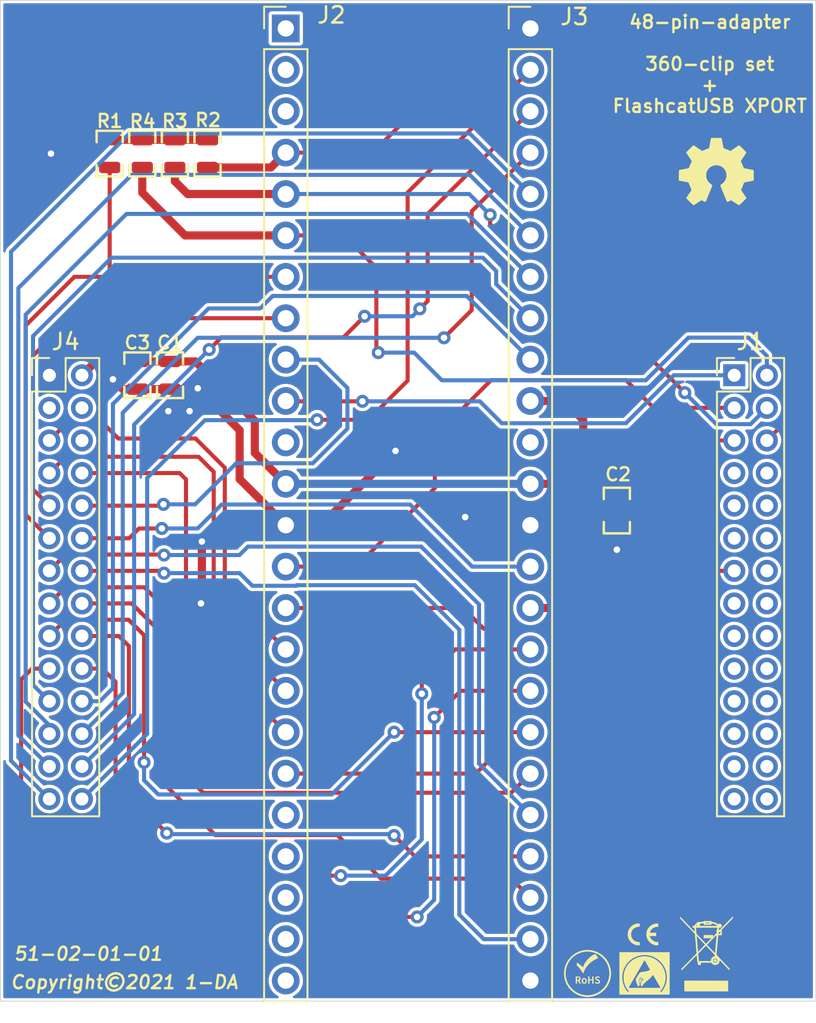
<source format=kicad_pcb>
(kicad_pcb (version 20171130) (host pcbnew "(5.1.9)-1")
  (layers (0 F.Cu signal) (31 B.Cu signal) (34 B.Paste user) (35 F.Paste user) (36 B.SilkS user) (37 F.SilkS user) (38 B.Mask user) (39 F.Mask user) (44 Edge.Cuts user))
  (net 0 "")
  (net 1 GND)
  (net 2 /WP)
  (net 3 /RB3)
  (net 4 /A2_CE3)
  (net 5 /RB2)
  (net 6 /A1_CE2)
  (net 7 /RB1)
  (net 8 /A0_CE1)
  (net 9 /RB)
  (net 10 /RE)
  (net 11 /CE0)
  (net 12 /CLE)
  (net 13 /ALE)
  (net 14 /WE)
  (net 15 /IO15)
  (net 16 /IO14)
  (net 17 /IO13)
  (net 18 /DQS)
  (net 19 /IO6)
  (net 20 /IO5)
  (net 21 /IO4)
  (net 22 /IO12)
  (net 23 /IO11)
  (net 24 /IO3)
  (net 25 /IO2)
  (net 26 /IO1)
  (net 27 /IO0)
  (net 28 /IO10)
  (net 29 /IO9)
  (net 30 /IO8)
  (net 31 "Net-(J1-Pad15)")
  (net 32 "Net-(J1-Pad14)")
  (net 33 "Net-(J1-Pad16)")
  (net 34 "Net-(J1-Pad13)")
  (net 35 "Net-(J1-Pad17)")
  (net 36 "Net-(J1-Pad12)")
  (net 37 "Net-(J1-Pad18)")
  (net 38 "Net-(J1-Pad11)")
  (net 39 "Net-(J1-Pad19)")
  (net 40 "Net-(J1-Pad10)")
  (net 41 "Net-(J1-Pad20)")
  (net 42 "Net-(J1-Pad9)")
  (net 43 "Net-(J1-Pad21)")
  (net 44 "Net-(J1-Pad8)")
  (net 45 "Net-(J1-Pad22)")
  (net 46 "Net-(J1-Pad23)")
  (net 47 "Net-(J1-Pad6)")
  (net 48 "Net-(J1-Pad24)")
  (net 49 "Net-(J1-Pad5)")
  (net 50 "Net-(J1-Pad25)")
  (net 51 "Net-(J1-Pad4)")
  (net 52 "Net-(J2-Pad24)")
  (net 53 "Net-(J2-Pad23)")
  (net 54 "Net-(J2-Pad22)")
  (net 55 "Net-(J2-Pad21)")
  (net 56 "Net-(J2-Pad20)")
  (net 57 "Net-(J2-Pad11)")
  (net 58 "Net-(J2-Pad3)")
  (net 59 "Net-(J2-Pad2)")
  (net 60 "Net-(J2-Pad1)")
  (net 61 "Net-(J3-Pad46)")
  (net 62 /IO7)
  (net 63 "Net-(J4-Pad26)")
  (net 64 "Net-(J4-Pad27)")
  (net 65 "Net-(J4-Pad2)")
  (net 66 VDD)
  (module 01_vtech-snom-footprints:51_OSHW-Logo2_7.3x6mm (layer F.Cu) (at 148.1 60.8)
    (fp_text reference REF** hide)
    (fp_text value 51_OSHW-Logo2_7.3x6mm hide)
  )
  (module 51-pretty:RohS-loggo-2.9mm_x_2.9mm (layer F.Cu) (at 139.3 112.1)
    (fp_text reference G*** hide)
    (fp_text value LOGO hide)
  )
  (module 51-pretty:ESD-logo-3.1mm_x_2.6mm (layer F.Cu) (at 143.7 109.3)
    (fp_text reference G*** hide)
    (fp_text value LOGO hide)
  )
  (module 51-pretty:E-trash-logo-3.2mm_x_4.6mm (layer F.Cu) (at 147.5 108.1)
    (fp_text reference G*** hide)
    (fp_text value LOGO hide)
  )
  (module 51-pretty:CE-logo-2.9mm_x_2_9mm (layer F.Cu) (at 143.6 106.9)
    (fp_text reference G*** hide)
    (fp_text value LOGO hide)
  )
  (module 01_vtech-snom-footprints:C_0805_vtech-snom (layer F.Cu) (at 114.6 72.6 270)
    (fp_text reference C1 (at -2 0 180) (layer F.SilkS) (effects (font (size 0.8 0.8))))
    (fp_text value 100nF hide)
    (pad 2 smd roundrect (at 0.85 0 270) (size 0.7 1.3) (layers F.Cu F.Paste F.Mask) (net 1 GND))
    (pad 1 smd roundrect (at -0.85 0 270) (size 0.7 1.3) (layers F.Cu F.Paste F.Mask) (net 66 VDD))
  )
  (module 01_vtech-snom-footprints:C_0805_vtech-snom (layer F.Cu) (at 142 80.9 270)
    (fp_text reference C2 (at -2.22 -0.08 180) (layer F.SilkS) (effects (font (size 0.8 0.8))))
    (fp_text value 1uF hide)
    (pad 2 smd roundrect (at 0.85 0 270) (size 0.7 1.3) (layers F.Cu F.Paste F.Mask) (net 1 GND))
    (pad 1 smd roundrect (at -0.85 0 270) (size 0.7 1.3) (layers F.Cu F.Paste F.Mask) (net 66 VDD))
  )
  (module 01_vtech-snom-footprints:C_0805_vtech-snom (layer F.Cu) (at 112.6 72.6 270)
    (fp_text reference C3 (at -2 0 180) (layer F.SilkS) (effects (font (size 0.8 0.8))))
    (fp_text value 1uF hide)
    (pad 2 smd roundrect (at 0.85 0 270) (size 0.7 1.3) (layers F.Cu F.Paste F.Mask) (net 1 GND))
    (pad 1 smd roundrect (at -0.85 0 270) (size 0.7 1.3) (layers F.Cu F.Paste F.Mask) (net 66 VDD))
  )
  (module 01_vtech-snom-footprints:1-DA_Fiducial_1.5mm_Mask3mm (layer F.Cu) (at 107.5 53.2)
    (fp_text reference FID1 hide)
    (fp_text value Fiducial hide)
    (pad "" smd circle (at 0 0) (size 1.5 1.5) (layers F.Cu F.Mask) (clearance 0.75))
  )
  (module 01_vtech-snom-footprints:1-DA_Fiducial_1.5mm_Mask3mm (layer F.Cu) (at 151.65 108.53)
    (fp_text reference FID2 hide)
    (fp_text value Fiducial hide)
    (pad "" smd circle (at 0 0) (size 1.5 1.5) (layers F.Cu F.Mask) (clearance 0.75))
  )
  (module 01_vtech-snom-footprints:1-DA_PinHeader_2x14_P2.00mm_Vertical (layer F.Cu) (at 149.2 72.6)
    (fp_text reference J1 (at 1 -2.06) (layer F.SilkS))
    (fp_text value 1_DA_Conn_02x14_Counter_Clockwise hide)
    (pad 15 thru_hole oval (at 2 26) (size 1.35 1.35) (drill 0.8) (layers *.Cu *.Mask) (net 31 "Net-(J1-Pad15)"))
    (pad 14 thru_hole oval (at 0 26) (size 1.35 1.35) (drill 0.8) (layers *.Cu *.Mask) (net 32 "Net-(J1-Pad14)"))
    (pad 16 thru_hole oval (at 2 24) (size 1.35 1.35) (drill 0.8) (layers *.Cu *.Mask) (net 33 "Net-(J1-Pad16)"))
    (pad 13 thru_hole oval (at 0 24) (size 1.35 1.35) (drill 0.8) (layers *.Cu *.Mask) (net 34 "Net-(J1-Pad13)"))
    (pad 17 thru_hole oval (at 2 22) (size 1.35 1.35) (drill 0.8) (layers *.Cu *.Mask) (net 35 "Net-(J1-Pad17)"))
    (pad 12 thru_hole oval (at 0 22) (size 1.35 1.35) (drill 0.8) (layers *.Cu *.Mask) (net 36 "Net-(J1-Pad12)"))
    (pad 18 thru_hole oval (at 2 20) (size 1.35 1.35) (drill 0.8) (layers *.Cu *.Mask) (net 37 "Net-(J1-Pad18)"))
    (pad 11 thru_hole oval (at 0 20) (size 1.35 1.35) (drill 0.8) (layers *.Cu *.Mask) (net 38 "Net-(J1-Pad11)"))
    (pad 19 thru_hole oval (at 2 18) (size 1.35 1.35) (drill 0.8) (layers *.Cu *.Mask) (net 39 "Net-(J1-Pad19)"))
    (pad 10 thru_hole oval (at 0 18) (size 1.35 1.35) (drill 0.8) (layers *.Cu *.Mask) (net 40 "Net-(J1-Pad10)"))
    (pad 20 thru_hole oval (at 2 16) (size 1.35 1.35) (drill 0.8) (layers *.Cu *.Mask) (net 41 "Net-(J1-Pad20)"))
    (pad 9 thru_hole oval (at 0 16) (size 1.35 1.35) (drill 0.8) (layers *.Cu *.Mask) (net 42 "Net-(J1-Pad9)"))
    (pad 21 thru_hole oval (at 2 14) (size 1.35 1.35) (drill 0.8) (layers *.Cu *.Mask) (net 43 "Net-(J1-Pad21)"))
    (pad 8 thru_hole oval (at 0 14) (size 1.35 1.35) (drill 0.8) (layers *.Cu *.Mask) (net 44 "Net-(J1-Pad8)"))
    (pad 22 thru_hole oval (at 2 12) (size 1.35 1.35) (drill 0.8) (layers *.Cu *.Mask) (net 45 "Net-(J1-Pad22)"))
    (pad 7 thru_hole oval (at 0 12) (size 1.35 1.35) (drill 0.8) (layers *.Cu *.Mask) (net 2 /WP))
    (pad 23 thru_hole oval (at 2 10) (size 1.35 1.35) (drill 0.8) (layers *.Cu *.Mask) (net 46 "Net-(J1-Pad23)"))
    (pad 6 thru_hole oval (at 0 10) (size 1.35 1.35) (drill 0.8) (layers *.Cu *.Mask) (net 47 "Net-(J1-Pad6)"))
    (pad 24 thru_hole oval (at 2 8) (size 1.35 1.35) (drill 0.8) (layers *.Cu *.Mask) (net 48 "Net-(J1-Pad24)"))
    (pad 5 thru_hole oval (at 0 8) (size 1.35 1.35) (drill 0.8) (layers *.Cu *.Mask) (net 49 "Net-(J1-Pad5)"))
    (pad 25 thru_hole oval (at 2 6) (size 1.35 1.35) (drill 0.8) (layers *.Cu *.Mask) (net 50 "Net-(J1-Pad25)"))
    (pad 4 thru_hole oval (at 0 6) (size 1.35 1.35) (drill 0.8) (layers *.Cu *.Mask) (net 51 "Net-(J1-Pad4)"))
    (pad 26 thru_hole oval (at 2 4) (size 1.35 1.35) (drill 0.8) (layers *.Cu *.Mask) (net 3 /RB3))
    (pad 3 thru_hole oval (at 0 4) (size 1.35 1.35) (drill 0.8) (layers *.Cu *.Mask) (net 4 /A2_CE3))
    (pad 27 thru_hole oval (at 2 2) (size 1.35 1.35) (drill 0.8) (layers *.Cu *.Mask) (net 5 /RB2))
    (pad 2 thru_hole oval (at 0 2) (size 1.35 1.35) (drill 0.8) (layers *.Cu *.Mask) (net 6 /A1_CE2))
    (pad 28 thru_hole oval (at 2 0) (size 1.35 1.35) (drill 0.8) (layers *.Cu *.Mask) (net 7 /RB1))
    (pad 1 thru_hole rect (at 0 0) (size 1.35 1.35) (drill 0.8) (layers *.Cu *.Mask) (net 8 /A0_CE1))
  )
  (module 01_vtech-snom-footprints:1-DA_PinHeader_2x14_P2.00mm_Vertical (layer F.Cu) (at 107.2 72.6)
    (fp_text reference J4 (at 1 -2.06) (layer F.SilkS))
    (fp_text value 1_DA_Conn_02x14_Counter_Clockwise hide)
    (pad 15 thru_hole oval (at 2 26) (size 1.35 1.35) (drill 0.8) (layers *.Cu *.Mask) (net 15 /IO15))
    (pad 14 thru_hole oval (at 0 26) (size 1.35 1.35) (drill 0.8) (layers *.Cu *.Mask) (net 62 /IO7))
    (pad 16 thru_hole oval (at 2 24) (size 1.35 1.35) (drill 0.8) (layers *.Cu *.Mask) (net 16 /IO14))
    (pad 13 thru_hole oval (at 0 24) (size 1.35 1.35) (drill 0.8) (layers *.Cu *.Mask) (net 19 /IO6))
    (pad 17 thru_hole oval (at 2 22) (size 1.35 1.35) (drill 0.8) (layers *.Cu *.Mask) (net 17 /IO13))
    (pad 12 thru_hole oval (at 0 22) (size 1.35 1.35) (drill 0.8) (layers *.Cu *.Mask) (net 20 /IO5))
    (pad 18 thru_hole oval (at 2 20) (size 1.35 1.35) (drill 0.8) (layers *.Cu *.Mask) (net 22 /IO12))
    (pad 11 thru_hole oval (at 0 20) (size 1.35 1.35) (drill 0.8) (layers *.Cu *.Mask) (net 21 /IO4))
    (pad 19 thru_hole oval (at 2 18) (size 1.35 1.35) (drill 0.8) (layers *.Cu *.Mask) (net 23 /IO11))
    (pad 10 thru_hole oval (at 0 18) (size 1.35 1.35) (drill 0.8) (layers *.Cu *.Mask) (net 24 /IO3))
    (pad 20 thru_hole oval (at 2 16) (size 1.35 1.35) (drill 0.8) (layers *.Cu *.Mask) (net 28 /IO10))
    (pad 9 thru_hole oval (at 0 16) (size 1.35 1.35) (drill 0.8) (layers *.Cu *.Mask) (net 25 /IO2))
    (pad 21 thru_hole oval (at 2 14) (size 1.35 1.35) (drill 0.8) (layers *.Cu *.Mask) (net 29 /IO9))
    (pad 8 thru_hole oval (at 0 14) (size 1.35 1.35) (drill 0.8) (layers *.Cu *.Mask) (net 26 /IO1))
    (pad 22 thru_hole oval (at 2 12) (size 1.35 1.35) (drill 0.8) (layers *.Cu *.Mask) (net 30 /IO8))
    (pad 7 thru_hole oval (at 0 12) (size 1.35 1.35) (drill 0.8) (layers *.Cu *.Mask) (net 27 /IO0))
    (pad 23 thru_hole oval (at 2 10) (size 1.35 1.35) (drill 0.8) (layers *.Cu *.Mask) (net 18 /DQS))
    (pad 6 thru_hole oval (at 0 10) (size 1.35 1.35) (drill 0.8) (layers *.Cu *.Mask) (net 9 /RB))
    (pad 24 thru_hole oval (at 2 8) (size 1.35 1.35) (drill 0.8) (layers *.Cu *.Mask) (net 11 /CE0))
    (pad 5 thru_hole oval (at 0 8) (size 1.35 1.35) (drill 0.8) (layers *.Cu *.Mask) (net 10 /RE))
    (pad 25 thru_hole oval (at 2 6) (size 1.35 1.35) (drill 0.8) (layers *.Cu *.Mask) (net 14 /WE))
    (pad 4 thru_hole oval (at 0 6) (size 1.35 1.35) (drill 0.8) (layers *.Cu *.Mask) (net 13 /ALE))
    (pad 26 thru_hole oval (at 2 4) (size 1.35 1.35) (drill 0.8) (layers *.Cu *.Mask) (net 63 "Net-(J4-Pad26)"))
    (pad 3 thru_hole oval (at 0 4) (size 1.35 1.35) (drill 0.8) (layers *.Cu *.Mask) (net 12 /CLE))
    (pad 27 thru_hole oval (at 2 2) (size 1.35 1.35) (drill 0.8) (layers *.Cu *.Mask) (net 64 "Net-(J4-Pad27)"))
    (pad 2 thru_hole oval (at 0 2) (size 1.35 1.35) (drill 0.8) (layers *.Cu *.Mask) (net 65 "Net-(J4-Pad2)"))
    (pad 28 thru_hole oval (at 2 0) (size 1.35 1.35) (drill 0.8) (layers *.Cu *.Mask) (net 66 VDD))
    (pad 1 thru_hole rect (at 0 0) (size 1.35 1.35) (drill 0.8) (layers *.Cu *.Mask) (net 1 GND))
  )
  (module 01_vtech-snom-footprints:R_0805_vtech-snom (layer F.Cu) (at 110.9 59 270)
    (fp_text reference R1 (at -2 0 180) (layer F.SilkS) (effects (font (size 0.8 0.8))))
    (fp_text value 4K7 hide)
    (pad 2 smd roundrect (at 0.85 0 270) (size 0.7 1.3) (layers F.Cu F.Paste F.Mask) (net 9 /RB))
    (pad 1 smd roundrect (at -0.85 0 270) (size 0.7 1.3) (layers F.Cu F.Paste F.Mask) (net 1 GND))
  )
  (module 01_vtech-snom-footprints:R_0805_vtech-snom (layer F.Cu) (at 116.9 59 270)
    (fp_text reference R2 (at -2.06 -0.03 180) (layer F.SilkS) (effects (font (size 0.8 0.8))))
    (fp_text value 4K7 hide)
    (pad 2 smd roundrect (at 0.85 0 270) (size 0.7 1.3) (layers F.Cu F.Paste F.Mask) (net 3 /RB3))
    (pad 1 smd roundrect (at -0.85 0 270) (size 0.7 1.3) (layers F.Cu F.Paste F.Mask) (net 1 GND))
  )
  (module 01_vtech-snom-footprints:R_0805_vtech-snom (layer F.Cu) (at 114.9 59 270)
    (fp_text reference R3 (at -2 0 180) (layer F.SilkS) (effects (font (size 0.8 0.8))))
    (fp_text value 4K7 hide)
    (pad 2 smd roundrect (at 0.85 0 270) (size 0.7 1.3) (layers F.Cu F.Paste F.Mask) (net 5 /RB2))
    (pad 1 smd roundrect (at -0.85 0 270) (size 0.7 1.3) (layers F.Cu F.Paste F.Mask) (net 1 GND))
  )
  (module 01_vtech-snom-footprints:R_0805_vtech-snom (layer F.Cu) (at 112.9 59 270)
    (fp_text reference R4 (at -1.98 -0.02 180) (layer F.SilkS) (effects (font (size 0.8 0.8))))
    (fp_text value 4K7 hide)
    (pad 2 smd roundrect (at 0.85 0 270) (size 0.7 1.3) (layers F.Cu F.Paste F.Mask) (net 7 /RB1))
    (pad 1 smd roundrect (at -0.85 0 270) (size 0.7 1.3) (layers F.Cu F.Paste F.Mask) (net 1 GND))
  )
  (module 01_vtech-snom-footprints:1-DA_PinHeader_I_1x24_P2.54mm_Vertical (layer F.Cu) (at 121.7 51.32)
    (fp_text reference J2 (at 2.8 -0.82) (layer F.SilkS))
    (fp_text value Conn_01x24_I)
    (pad 1 thru_hole rect (at 0 0) (size 1.7 1.7) (drill 1) (layers *.Cu *.Mask) (net 60 "Net-(J2-Pad1)"))
    (pad 2 thru_hole oval (at 0 2.54) (size 1.7 1.7) (drill 1) (layers *.Cu *.Mask) (net 59 "Net-(J2-Pad2)"))
    (pad 3 thru_hole oval (at 0 5.08) (size 1.7 1.7) (drill 1) (layers *.Cu *.Mask) (net 58 "Net-(J2-Pad3)"))
    (pad 4 thru_hole oval (at 0 7.62) (size 1.7 1.7) (drill 1) (layers *.Cu *.Mask) (net 3 /RB3))
    (pad 5 thru_hole oval (at 0 10.16) (size 1.7 1.7) (drill 1) (layers *.Cu *.Mask) (net 5 /RB2))
    (pad 6 thru_hole oval (at 0 12.7) (size 1.7 1.7) (drill 1) (layers *.Cu *.Mask) (net 7 /RB1))
    (pad 7 thru_hole oval (at 0 15.24) (size 1.7 1.7) (drill 1) (layers *.Cu *.Mask) (net 9 /RB))
    (pad 8 thru_hole oval (at 0 17.78) (size 1.7 1.7) (drill 1) (layers *.Cu *.Mask) (net 10 /RE))
    (pad 9 thru_hole oval (at 0 20.32) (size 1.7 1.7) (drill 1) (layers *.Cu *.Mask) (net 11 /CE0))
    (pad 10 thru_hole oval (at 0 22.86) (size 1.7 1.7) (drill 1) (layers *.Cu *.Mask) (net 8 /A0_CE1))
    (pad 11 thru_hole oval (at 0 25.4) (size 1.7 1.7) (drill 1) (layers *.Cu *.Mask) (net 57 "Net-(J2-Pad11)"))
    (pad 12 thru_hole oval (at 0 27.94) (size 1.7 1.7) (drill 1) (layers *.Cu *.Mask) (net 66 VDD))
    (pad 13 thru_hole oval (at 0 30.48) (size 1.7 1.7) (drill 1) (layers *.Cu *.Mask) (net 1 GND))
    (pad 14 thru_hole oval (at 0 33.02) (size 1.7 1.7) (drill 1) (layers *.Cu *.Mask) (net 6 /A1_CE2))
    (pad 15 thru_hole oval (at 0 35.56) (size 1.7 1.7) (drill 1) (layers *.Cu *.Mask) (net 4 /A2_CE3))
    (pad 16 thru_hole oval (at 0 38.1) (size 1.7 1.7) (drill 1) (layers *.Cu *.Mask) (net 12 /CLE))
    (pad 17 thru_hole oval (at 0 40.64) (size 1.7 1.7) (drill 1) (layers *.Cu *.Mask) (net 13 /ALE))
    (pad 18 thru_hole oval (at 0 43.18) (size 1.7 1.7) (drill 1) (layers *.Cu *.Mask) (net 14 /WE))
    (pad 19 thru_hole oval (at 0 45.72) (size 1.7 1.7) (drill 1) (layers *.Cu *.Mask) (net 2 /WP))
    (pad 20 thru_hole oval (at 0 48.26) (size 1.7 1.7) (drill 1) (layers *.Cu *.Mask) (net 56 "Net-(J2-Pad20)"))
    (pad 21 thru_hole oval (at 0 50.8) (size 1.7 1.7) (drill 1) (layers *.Cu *.Mask) (net 55 "Net-(J2-Pad21)"))
    (pad 22 thru_hole oval (at 0 53.34) (size 1.7 1.7) (drill 1) (layers *.Cu *.Mask) (net 54 "Net-(J2-Pad22)"))
    (pad 23 thru_hole oval (at 0 55.88) (size 1.7 1.7) (drill 1) (layers *.Cu *.Mask) (net 53 "Net-(J2-Pad23)"))
    (pad 24 thru_hole oval (at 0 58.42) (size 1.7 1.7) (drill 1) (layers *.Cu *.Mask) (net 52 "Net-(J2-Pad24)"))
  )
  (module 01_vtech-snom-footprints:1-DA_PinHeader_II_1x24_P2.54mm_Vertical (layer F.Cu) (at 136.7 51.32)
    (fp_text reference J3 (at 2.7 -0.72) (layer F.SilkS))
    (fp_text value Conn_01x24_II)
    (pad 56 thru_hole rect (at 0 0) (size 1.7 1.7) (drill 1) (layers *.Cu *.Mask) (net 1 GND))
    (pad 55 thru_hole oval (at 0 2.54) (size 1.7 1.7) (drill 1) (layers *.Cu *.Mask) (net 15 /IO15))
    (pad 54 thru_hole oval (at 0 5.08) (size 1.7 1.7) (drill 1) (layers *.Cu *.Mask) (net 16 /IO14))
    (pad 53 thru_hole oval (at 0 7.62) (size 1.7 1.7) (drill 1) (layers *.Cu *.Mask) (net 17 /IO13))
    (pad 52 thru_hole oval (at 0 10.16) (size 1.7 1.7) (drill 1) (layers *.Cu *.Mask) (net 62 /IO7))
    (pad 51 thru_hole oval (at 0 12.7) (size 1.7 1.7) (drill 1) (layers *.Cu *.Mask) (net 19 /IO6))
    (pad 50 thru_hole oval (at 0 15.24) (size 1.7 1.7) (drill 1) (layers *.Cu *.Mask) (net 20 /IO5))
    (pad 49 thru_hole oval (at 0 17.78) (size 1.7 1.7) (drill 1) (layers *.Cu *.Mask) (net 21 /IO4))
    (pad 48 thru_hole oval (at 0 20.32) (size 1.7 1.7) (drill 1) (layers *.Cu *.Mask) (net 22 /IO12))
    (pad 47 thru_hole oval (at 0 22.86) (size 1.7 1.7) (drill 1) (layers *.Cu *.Mask) (net 66 VDD))
    (pad 46 thru_hole oval (at 0 25.4) (size 1.7 1.7) (drill 1) (layers *.Cu *.Mask) (net 61 "Net-(J3-Pad46)"))
    (pad 45 thru_hole oval (at 0 27.94) (size 1.7 1.7) (drill 1) (layers *.Cu *.Mask) (net 66 VDD))
    (pad 44 thru_hole oval (at 0 30.48) (size 1.7 1.7) (drill 1) (layers *.Cu *.Mask) (net 1 GND))
    (pad 43 thru_hole oval (at 0 33.02) (size 1.7 1.7) (drill 1) (layers *.Cu *.Mask) (net 18 /DQS))
    (pad 42 thru_hole oval (at 0 35.56) (size 1.7 1.7) (drill 1) (layers *.Cu *.Mask) (net 66 VDD))
    (pad 41 thru_hole oval (at 0 38.1) (size 1.7 1.7) (drill 1) (layers *.Cu *.Mask) (net 23 /IO11))
    (pad 40 thru_hole oval (at 0 40.64) (size 1.7 1.7) (drill 1) (layers *.Cu *.Mask) (net 24 /IO3))
    (pad 39 thru_hole oval (at 0 43.18) (size 1.7 1.7) (drill 1) (layers *.Cu *.Mask) (net 25 /IO2))
    (pad 38 thru_hole oval (at 0 45.72) (size 1.7 1.7) (drill 1) (layers *.Cu *.Mask) (net 26 /IO1))
    (pad 37 thru_hole oval (at 0 48.26) (size 1.7 1.7) (drill 1) (layers *.Cu *.Mask) (net 27 /IO0))
    (pad 36 thru_hole oval (at 0 50.8) (size 1.7 1.7) (drill 1) (layers *.Cu *.Mask) (net 28 /IO10))
    (pad 35 thru_hole oval (at 0 53.34) (size 1.7 1.7) (drill 1) (layers *.Cu *.Mask) (net 29 /IO9))
    (pad 34 thru_hole oval (at 0 55.88) (size 1.7 1.7) (drill 1) (layers *.Cu *.Mask) (net 30 /IO8))
    (pad 33 thru_hole oval (at 0 58.42) (size 1.7 1.7) (drill 1) (layers *.Cu *.Mask) (net 1 GND))
  )
  (gr_text 51-02-01-01 (at 109.6 108.1) (layer F.SilkS) (effects (font (size 0.8 0.8) (thickness 0.15) italic)))
  (gr_text "48-pin-adapter\n\n360-clip set\n+\nFlashcatUSB XPORT" (at 147.7 53.5) (layer F.SilkS) (effects (font (size 0.8 0.8))))
  (gr_text "Copyright©2021 1-DA" (at 111.8 109.84) (layer F.SilkS) (effects (font (size 0.8 0.8) (thickness 0.15) italic)))
  (gr_line (start 104.2 111) (end 104.2 49.6) (layer Edge.Cuts) (width 0.05))
  (gr_line (start 154.2 111) (end 104.2 111) (layer Edge.Cuts) (width 0.05))
  (gr_line (start 154.2 49.6) (end 154.2 111) (layer Edge.Cuts) (width 0.05))
  (gr_line (start 104.2 49.6) (end 154.2 49.6) (layer Edge.Cuts) (width 0.05))
  (via (at 107.3 59) (size 0.8) (drill 0.4) (layers F.Cu B.Cu) (net 1))
  (segment (start 108.15 58.15) (end 107.3 59) (width 0.5) (layer F.Cu) (net 1))
  (segment (start 116.9 58.15) (end 108.15 58.15) (width 0.5) (layer F.Cu) (net 1))
  (via (at 132.7 81.3) (size 0.8) (drill 0.4) (layers F.Cu B.Cu) (net 1))
  (segment (start 133.2 81.8) (end 132.7 81.3) (width 0.5) (layer B.Cu) (net 1))
  (segment (start 136.7 81.8) (end 133.2 81.8) (width 0.5) (layer B.Cu) (net 1))
  (via (at 142 83.3) (size 0.8) (drill 0.4) (layers F.Cu B.Cu) (net 1))
  (segment (start 142 81.75) (end 142 83.3) (width 0.5) (layer F.Cu) (net 1))
  (via (at 116.3 73.4) (size 0.8) (drill 0.4) (layers F.Cu B.Cu) (net 1))
  (segment (start 116.25 73.45) (end 116.3 73.4) (width 0.5) (layer F.Cu) (net 1))
  (segment (start 112.6 73.45) (end 116.25 73.45) (width 0.5) (layer F.Cu) (net 1))
  (segment (start 121.7 81.8) (end 118.87 78.97) (width 0.5) (layer F.Cu) (net 1))
  (segment (start 118.87 75.97) (end 116.3 73.4) (width 0.5) (layer F.Cu) (net 1))
  (segment (start 118.87 78.97) (end 118.87 75.97) (width 0.5) (layer F.Cu) (net 1))
  (via (at 116.555 82.8) (size 0.8) (drill 0.4) (layers F.Cu B.Cu) (net 1))
  (segment (start 117.555 81.8) (end 116.555 82.8) (width 0.5) (layer B.Cu) (net 1))
  (segment (start 121.7 81.8) (end 117.555 81.8) (width 0.5) (layer B.Cu) (net 1))
  (segment (start 116.555 86.545) (end 116.5 86.6) (width 0.5) (layer F.Cu) (net 1))
  (via (at 116.5 86.6) (size 0.8) (drill 0.4) (layers F.Cu B.Cu) (net 1))
  (segment (start 116.555 82.8) (end 116.555 86.545) (width 0.5) (layer F.Cu) (net 1))
  (segment (start 115.9 73.4) (end 114.5 74.8) (width 0.5) (layer B.Cu) (net 1))
  (via (at 114.5 74.8) (size 0.8) (drill 0.4) (layers F.Cu B.Cu) (net 1))
  (segment (start 116.3 73.4) (end 115.9 73.4) (width 0.5) (layer B.Cu) (net 1))
  (segment (start 114.5 74.8) (end 115.8 74.8) (width 0.5) (layer F.Cu) (net 1))
  (via (at 115.8 74.8) (size 0.8) (drill 0.4) (layers F.Cu B.Cu) (net 1))
  (via (at 111.1 72.85) (size 0.8) (drill 0.4) (layers F.Cu B.Cu) (net 1))
  (segment (start 111.7 73.45) (end 111.1 72.85) (width 0.5) (layer F.Cu) (net 1))
  (segment (start 112.6 73.45) (end 111.7 73.45) (width 0.5) (layer F.Cu) (net 1))
  (via (at 128.43 77.24) (size 0.8) (drill 0.4) (layers F.Cu B.Cu) (net 1))
  (segment (start 123.87 81.8) (end 128.43 77.24) (width 0.5) (layer F.Cu) (net 1))
  (segment (start 121.7 81.8) (end 123.87 81.8) (width 0.5) (layer F.Cu) (net 1))
  (segment (start 121.7 97.04) (end 133.35 97.04) (width 0.25) (layer F.Cu) (net 2))
  (segment (start 133.35 97.04) (end 134.62 95.77) (width 0.25) (layer F.Cu) (net 2))
  (segment (start 137.169002 95.77) (end 141.37 91.569002) (width 0.25) (layer F.Cu) (net 2))
  (segment (start 134.62 95.77) (end 137.169002 95.77) (width 0.25) (layer F.Cu) (net 2))
  (segment (start 141.37 91.569002) (end 141.37 88.9) (width 0.25) (layer F.Cu) (net 2))
  (segment (start 145.67 84.6) (end 149.2 84.6) (width 0.25) (layer F.Cu) (net 2))
  (segment (start 141.37 88.9) (end 145.67 84.6) (width 0.25) (layer F.Cu) (net 2))
  (segment (start 120.79 59.85) (end 121.7 58.94) (width 0.5) (layer F.Cu) (net 3))
  (segment (start 116.9 59.85) (end 120.79 59.85) (width 0.5) (layer F.Cu) (net 3))
  (segment (start 121.7 58.94) (end 127.03 58.94) (width 0.25) (layer F.Cu) (net 3))
  (segment (start 127.03 58.94) (end 133.38 52.59) (width 0.25) (layer F.Cu) (net 3))
  (segment (start 133.38 52.59) (end 138.41 52.59) (width 0.25) (layer F.Cu) (net 3))
  (segment (start 138.41 52.59) (end 141.1 55.28) (width 0.25) (layer F.Cu) (net 3))
  (segment (start 141.1 55.28) (end 141.1 59.8) (width 0.25) (layer F.Cu) (net 3))
  (segment (start 141.1 59.8) (end 146.1 64.8) (width 0.25) (layer F.Cu) (net 3))
  (segment (start 146.1 64.8) (end 148.9 64.8) (width 0.25) (layer F.Cu) (net 3))
  (segment (start 148.9 64.8) (end 152.8 68.7) (width 0.25) (layer F.Cu) (net 3))
  (segment (start 152.8 75) (end 151.2 76.6) (width 0.25) (layer F.Cu) (net 3))
  (segment (start 152.8 68.7) (end 152.8 75) (width 0.25) (layer F.Cu) (net 3))
  (segment (start 121.7 86.88) (end 132.57 86.88) (width 0.25) (layer F.Cu) (net 4))
  (segment (start 132.57 86.88) (end 133.84 88.15) (width 0.25) (layer F.Cu) (net 4))
  (segment (start 133.84 88.15) (end 139.63 88.15) (width 0.25) (layer F.Cu) (net 4))
  (segment (start 139.63 88.15) (end 144.82 82.96) (width 0.25) (layer F.Cu) (net 4))
  (segment (start 144.82 82.96) (end 144.82 78.19) (width 0.25) (layer F.Cu) (net 4))
  (segment (start 146.41 76.6) (end 149.2 76.6) (width 0.25) (layer F.Cu) (net 4))
  (segment (start 144.82 78.19) (end 146.41 76.6) (width 0.25) (layer F.Cu) (net 4))
  (segment (start 114.9 59.85) (end 114.9 60.7) (width 0.5) (layer F.Cu) (net 5))
  (segment (start 115.68 61.48) (end 121.7 61.48) (width 0.5) (layer F.Cu) (net 5))
  (segment (start 114.9 60.7) (end 115.68 61.48) (width 0.5) (layer F.Cu) (net 5))
  (via (at 134.23 62.76) (size 0.8) (drill 0.4) (layers F.Cu B.Cu) (net 5))
  (segment (start 132.95 61.48) (end 134.23 62.76) (width 0.25) (layer B.Cu) (net 5))
  (segment (start 121.7 61.48) (end 132.95 61.48) (width 0.25) (layer B.Cu) (net 5))
  (segment (start 136.289314 65.384999) (end 137.884999 65.384999) (width 0.25) (layer F.Cu) (net 5))
  (segment (start 134.23 63.325685) (end 136.289314 65.384999) (width 0.25) (layer F.Cu) (net 5))
  (segment (start 134.23 62.76) (end 134.23 63.325685) (width 0.25) (layer F.Cu) (net 5))
  (segment (start 137.884999 65.384999) (end 146.17 73.67) (width 0.25) (layer F.Cu) (net 5))
  (via (at 146.17 73.67) (size 0.8) (drill 0.4) (layers F.Cu B.Cu) (net 5))
  (segment (start 148.1 75.6) (end 146.17 73.67) (width 0.25) (layer B.Cu) (net 5))
  (segment (start 150.2 75.6) (end 148.1 75.6) (width 0.25) (layer B.Cu) (net 5))
  (segment (start 151.2 74.6) (end 150.2 75.6) (width 0.25) (layer B.Cu) (net 5))
  (segment (start 144.26 74.6) (end 149.2 74.6) (width 0.25) (layer F.Cu) (net 6))
  (segment (start 142.56 72.9) (end 144.26 74.6) (width 0.25) (layer F.Cu) (net 6))
  (segment (start 134.29 72.9) (end 142.56 72.9) (width 0.25) (layer F.Cu) (net 6))
  (segment (start 130.84 79.52) (end 130.84 76.35) (width 0.25) (layer F.Cu) (net 6))
  (segment (start 126.02 84.34) (end 130.84 79.52) (width 0.25) (layer F.Cu) (net 6))
  (segment (start 130.84 76.35) (end 134.29 72.9) (width 0.25) (layer F.Cu) (net 6))
  (segment (start 121.7 84.34) (end 126.02 84.34) (width 0.25) (layer F.Cu) (net 6))
  (segment (start 112.9 59.85) (end 112.9 61.4) (width 0.5) (layer F.Cu) (net 7))
  (segment (start 115.52 64.02) (end 121.7 64.02) (width 0.5) (layer F.Cu) (net 7))
  (segment (start 112.9 61.4) (end 115.52 64.02) (width 0.5) (layer F.Cu) (net 7))
  (segment (start 121.7 64.02) (end 125.26 64.02) (width 0.25) (layer F.Cu) (net 7))
  (via (at 127.37 71.21) (size 0.8) (drill 0.4) (layers F.Cu B.Cu) (net 7))
  (segment (start 127.255001 71.095001) (end 127.37 71.21) (width 0.25) (layer F.Cu) (net 7))
  (segment (start 127.255001 66.015001) (end 127.255001 71.095001) (width 0.25) (layer F.Cu) (net 7))
  (segment (start 125.26 64.02) (end 127.255001 66.015001) (width 0.25) (layer F.Cu) (net 7))
  (segment (start 127.37 71.21) (end 129.57 71.21) (width 0.25) (layer B.Cu) (net 7))
  (segment (start 129.57 71.21) (end 131.27 72.91) (width 0.25) (layer B.Cu) (net 7))
  (segment (start 131.27 72.91) (end 143.77 72.91) (width 0.25) (layer B.Cu) (net 7))
  (segment (start 143.77 72.91) (end 146.39 70.29) (width 0.25) (layer B.Cu) (net 7))
  (segment (start 146.39 70.29) (end 150.08 70.29) (width 0.25) (layer B.Cu) (net 7))
  (segment (start 151.2 71.41) (end 151.2 72.6) (width 0.25) (layer B.Cu) (net 7))
  (segment (start 150.08 70.29) (end 151.2 71.41) (width 0.25) (layer B.Cu) (net 7))
  (segment (start 149.2 72.6) (end 145.5 72.6) (width 0.25) (layer B.Cu) (net 8))
  (segment (start 142.555001 75.544999) (end 134.944999 75.544999) (width 0.25) (layer B.Cu) (net 8))
  (segment (start 145.5 72.6) (end 142.555001 75.544999) (width 0.25) (layer B.Cu) (net 8))
  (via (at 126.4 74.2) (size 0.8) (drill 0.4) (layers F.Cu B.Cu) (net 8))
  (segment (start 133.6 74.2) (end 126.4 74.2) (width 0.25) (layer B.Cu) (net 8))
  (segment (start 134.944999 75.544999) (end 133.6 74.2) (width 0.25) (layer B.Cu) (net 8))
  (segment (start 121.72 74.2) (end 121.7 74.18) (width 0.25) (layer F.Cu) (net 8))
  (segment (start 126.4 74.2) (end 121.72 74.2) (width 0.25) (layer F.Cu) (net 8))
  (segment (start 105.74999 81.14999) (end 105.74999 69.55001) (width 0.25) (layer F.Cu) (net 9))
  (segment (start 107.2 82.6) (end 105.74999 81.14999) (width 0.25) (layer F.Cu) (net 9))
  (segment (start 105.74999 69.55001) (end 108.74 66.56) (width 0.25) (layer F.Cu) (net 9))
  (segment (start 110.9 59.85) (end 110.9 66.52) (width 0.25) (layer F.Cu) (net 9))
  (segment (start 110.9 66.52) (end 110.86 66.56) (width 0.25) (layer F.Cu) (net 9))
  (segment (start 110.86 66.56) (end 121.7 66.56) (width 0.25) (layer F.Cu) (net 9))
  (segment (start 108.74 66.56) (end 110.86 66.56) (width 0.25) (layer F.Cu) (net 9))
  (segment (start 106.199999 79.599999) (end 106.199999 71.400001) (width 0.25) (layer F.Cu) (net 10))
  (segment (start 107.2 80.6) (end 106.199999 79.599999) (width 0.25) (layer F.Cu) (net 10))
  (segment (start 108.5 69.1) (end 121.7 69.1) (width 0.25) (layer F.Cu) (net 10))
  (segment (start 106.199999 71.400001) (end 108.5 69.1) (width 0.25) (layer F.Cu) (net 10))
  (via (at 114.2 80.52) (size 0.8) (drill 0.4) (layers F.Cu B.Cu) (net 11))
  (segment (start 114.12 80.6) (end 114.2 80.52) (width 0.25) (layer F.Cu) (net 11))
  (segment (start 109.2 80.6) (end 114.12 80.6) (width 0.25) (layer F.Cu) (net 11))
  (segment (start 114.2 80.52) (end 116.14 80.52) (width 0.25) (layer B.Cu) (net 11))
  (segment (start 116.14 80.52) (end 118.66 78) (width 0.25) (layer B.Cu) (net 11))
  (segment (start 118.66 78) (end 123.36 78) (width 0.25) (layer B.Cu) (net 11))
  (segment (start 123.36 78) (end 125.48 75.88) (width 0.25) (layer B.Cu) (net 11))
  (segment (start 125.48 75.88) (end 125.48 73.38) (width 0.25) (layer B.Cu) (net 11))
  (segment (start 123.74 71.64) (end 121.7 71.64) (width 0.25) (layer B.Cu) (net 11))
  (segment (start 125.48 73.38) (end 123.74 71.64) (width 0.25) (layer B.Cu) (net 11))
  (segment (start 107.2 76.6) (end 108.2 75.6) (width 0.25) (layer F.Cu) (net 12))
  (segment (start 118.89 86.61) (end 121.7 89.42) (width 0.25) (layer F.Cu) (net 12))
  (segment (start 108.2 75.6) (end 110.55 75.6) (width 0.25) (layer F.Cu) (net 12))
  (segment (start 110.55 75.6) (end 111.43 76.48) (width 0.25) (layer F.Cu) (net 12))
  (segment (start 111.43 76.48) (end 116.17 76.48) (width 0.25) (layer F.Cu) (net 12))
  (segment (start 116.17 76.48) (end 117.96 78.27) (width 0.25) (layer F.Cu) (net 12))
  (segment (start 117.96 85.68) (end 118.89 86.61) (width 0.25) (layer F.Cu) (net 12))
  (segment (start 117.96 78.27) (end 117.96 85.68) (width 0.25) (layer F.Cu) (net 12))
  (segment (start 107.2 78.6) (end 108.2 77.6) (width 0.25) (layer F.Cu) (net 13))
  (segment (start 108.2 77.6) (end 116.35 77.6) (width 0.25) (layer F.Cu) (net 13))
  (segment (start 116.35 77.6) (end 117.28 78.53) (width 0.25) (layer F.Cu) (net 13))
  (segment (start 117.28 87.54) (end 121.7 91.96) (width 0.25) (layer F.Cu) (net 13))
  (segment (start 117.28 78.53) (end 117.28 87.54) (width 0.25) (layer F.Cu) (net 13))
  (segment (start 109.2 78.6) (end 115.19 78.6) (width 0.25) (layer F.Cu) (net 14))
  (segment (start 115.19 78.6) (end 115.58 78.99) (width 0.25) (layer F.Cu) (net 14))
  (segment (start 115.58 88.38) (end 121.7 94.5) (width 0.25) (layer F.Cu) (net 14))
  (segment (start 115.58 78.99) (end 115.58 88.38) (width 0.25) (layer F.Cu) (net 14))
  (segment (start 109.2 98.6) (end 113.2 94.6) (width 0.25) (layer B.Cu) (net 15))
  (segment (start 113.2 94.6) (end 113.2 78.9) (width 0.25) (layer B.Cu) (net 15))
  (segment (start 113.2 78.9) (end 116.744999 75.355001) (width 0.25) (layer B.Cu) (net 15))
  (via (at 123.62 75.33) (size 0.8) (drill 0.4) (layers F.Cu B.Cu) (net 15))
  (segment (start 123.594999 75.355001) (end 123.62 75.33) (width 0.25) (layer B.Cu) (net 15))
  (segment (start 116.744999 75.355001) (end 123.594999 75.355001) (width 0.25) (layer B.Cu) (net 15))
  (segment (start 129.17 61.39) (end 136.7 53.86) (width 0.25) (layer F.Cu) (net 15))
  (segment (start 129.17 72.93) (end 129.17 61.39) (width 0.25) (layer F.Cu) (net 15))
  (segment (start 126.77 75.33) (end 129.17 72.93) (width 0.25) (layer F.Cu) (net 15))
  (segment (start 123.62 75.33) (end 126.77 75.33) (width 0.25) (layer F.Cu) (net 15))
  (segment (start 109.2 96.6) (end 112.4 93.4) (width 0.25) (layer B.Cu) (net 16))
  (segment (start 112.4 93.4) (end 112.4 77.1) (width 0.25) (layer B.Cu) (net 16))
  (segment (start 130.4 62.7) (end 136.7 56.4) (width 0.25) (layer F.Cu) (net 16))
  (segment (start 112.4 77.1) (end 112.4 75.84) (width 0.25) (layer B.Cu) (net 16))
  (via (at 126.53 68.98) (size 0.8) (drill 0.4) (layers F.Cu B.Cu) (net 16))
  (segment (start 129.465 68.98) (end 129.92 68.525) (width 0.25) (layer B.Cu) (net 16))
  (via (at 129.92 68.525) (size 0.8) (drill 0.4) (layers F.Cu B.Cu) (net 16))
  (segment (start 126.53 68.98) (end 129.465 68.98) (width 0.25) (layer B.Cu) (net 16))
  (segment (start 130.4 68.045) (end 130.4 62.7) (width 0.25) (layer F.Cu) (net 16))
  (segment (start 129.92 68.525) (end 130.4 68.045) (width 0.25) (layer F.Cu) (net 16))
  (via (at 117 71.025) (size 0.8) (drill 0.4) (layers F.Cu B.Cu) (net 16))
  (segment (start 112.4 75.625) (end 117 71.025) (width 0.25) (layer B.Cu) (net 16))
  (segment (start 112.4 75.84) (end 112.4 75.625) (width 0.25) (layer B.Cu) (net 16))
  (segment (start 125.234999 70.275001) (end 126.53 68.98) (width 0.25) (layer F.Cu) (net 16))
  (segment (start 117.749999 70.275001) (end 125.234999 70.275001) (width 0.25) (layer F.Cu) (net 16))
  (segment (start 117 71.025) (end 117.749999 70.275001) (width 0.25) (layer F.Cu) (net 16))
  (segment (start 109.2 94.6) (end 111.7 92.1) (width 0.25) (layer B.Cu) (net 17))
  (segment (start 111.7 92.1) (end 111.7 89.1) (width 0.25) (layer B.Cu) (net 17))
  (segment (start 111.7 89.1) (end 111.7 74.9) (width 0.25) (layer B.Cu) (net 17))
  (via (at 131.4 70.3) (size 0.8) (drill 0.4) (layers F.Cu B.Cu) (net 17))
  (segment (start 116.3 70.3) (end 131.4 70.3) (width 0.25) (layer B.Cu) (net 17))
  (segment (start 111.7 74.9) (end 116.3 70.3) (width 0.25) (layer B.Cu) (net 17))
  (segment (start 133.1 62.54) (end 136.7 58.94) (width 0.25) (layer F.Cu) (net 17))
  (segment (start 133.1 68.6) (end 133.1 62.54) (width 0.25) (layer F.Cu) (net 17))
  (segment (start 131.4 70.3) (end 133.1 68.6) (width 0.25) (layer F.Cu) (net 17))
  (segment (start 133.13 84.34) (end 136.7 84.34) (width 0.25) (layer B.Cu) (net 18))
  (segment (start 129.32 80.53) (end 133.13 84.34) (width 0.25) (layer B.Cu) (net 18))
  (segment (start 109.2 82.6) (end 112.1 82.6) (width 0.25) (layer F.Cu) (net 18))
  (via (at 114.1 82) (size 0.8) (drill 0.4) (layers F.Cu B.Cu) (net 18))
  (segment (start 112.7 82) (end 114.1 82) (width 0.25) (layer F.Cu) (net 18))
  (segment (start 112.1 82.6) (end 112.7 82) (width 0.25) (layer F.Cu) (net 18))
  (segment (start 114.1 82) (end 116.3 82) (width 0.25) (layer B.Cu) (net 18))
  (segment (start 117.77 80.53) (end 119.57 80.53) (width 0.25) (layer B.Cu) (net 18))
  (segment (start 116.3 82) (end 117.77 80.53) (width 0.25) (layer B.Cu) (net 18))
  (segment (start 119.57 80.53) (end 129.32 80.53) (width 0.25) (layer B.Cu) (net 18))
  (segment (start 119.3 80.53) (end 119.57 80.53) (width 0.25) (layer B.Cu) (net 18))
  (segment (start 132.984999 60.304999) (end 136.7 64.02) (width 0.25) (layer B.Cu) (net 19))
  (segment (start 121.204999 60.304999) (end 132.984999 60.304999) (width 0.25) (layer B.Cu) (net 19))
  (segment (start 121.2 60.3) (end 121.204999 60.304999) (width 0.25) (layer B.Cu) (net 19))
  (segment (start 112.25 60.3) (end 121.2 60.3) (width 0.25) (layer B.Cu) (net 19))
  (segment (start 105.299981 67.250019) (end 112.25 60.3) (width 0.25) (layer B.Cu) (net 19))
  (segment (start 105.29998 94.69998) (end 105.299981 67.250019) (width 0.25) (layer B.Cu) (net 19))
  (segment (start 107.2 96.6) (end 105.29998 94.69998) (width 0.25) (layer B.Cu) (net 19))
  (segment (start 132.84 62.7) (end 136.7 66.56) (width 0.25) (layer B.Cu) (net 20))
  (segment (start 105.74999 68.88001) (end 111.93 62.7) (width 0.25) (layer B.Cu) (net 20))
  (segment (start 105.749989 92.629991) (end 105.74999 68.88001) (width 0.25) (layer B.Cu) (net 20))
  (segment (start 107.2 94.080002) (end 105.749989 92.629991) (width 0.25) (layer B.Cu) (net 20))
  (segment (start 111.93 62.7) (end 132.84 62.7) (width 0.25) (layer B.Cu) (net 20))
  (segment (start 107.2 94.6) (end 107.2 94.080002) (width 0.25) (layer B.Cu) (net 20))
  (segment (start 106.199999 91.599999) (end 106.199999 70.200001) (width 0.25) (layer B.Cu) (net 21))
  (segment (start 107.2 92.6) (end 106.199999 91.599999) (width 0.25) (layer B.Cu) (net 21))
  (segment (start 111.015001 65.384999) (end 133.784999 65.384999) (width 0.25) (layer B.Cu) (net 21))
  (segment (start 106.199999 70.200001) (end 111.015001 65.384999) (width 0.25) (layer B.Cu) (net 21))
  (segment (start 133.784999 65.384999) (end 134.6 66.2) (width 0.25) (layer B.Cu) (net 21))
  (segment (start 134.6 67) (end 136.7 69.1) (width 0.25) (layer B.Cu) (net 21))
  (segment (start 134.6 66.2) (end 134.6 67) (width 0.25) (layer B.Cu) (net 21))
  (segment (start 120.13 68.5) (end 120.894999 67.735001) (width 0.25) (layer B.Cu) (net 22))
  (segment (start 132.795001 67.735001) (end 132.985 67.925) (width 0.25) (layer B.Cu) (net 22))
  (segment (start 116.96 68.5) (end 120.13 68.5) (width 0.25) (layer B.Cu) (net 22))
  (segment (start 111.1 74.36) (end 116.96 68.5) (width 0.25) (layer B.Cu) (net 22))
  (segment (start 120.894999 67.735001) (end 132.795001 67.735001) (width 0.25) (layer B.Cu) (net 22))
  (segment (start 111.1 91.8) (end 111.1 74.36) (width 0.25) (layer B.Cu) (net 22))
  (segment (start 110.3 92.6) (end 111.1 91.8) (width 0.25) (layer B.Cu) (net 22))
  (segment (start 109.2 92.6) (end 110.3 92.6) (width 0.25) (layer B.Cu) (net 22))
  (segment (start 132.985 67.925) (end 136.7 71.64) (width 0.25) (layer B.Cu) (net 22))
  (segment (start 132.86 67.8) (end 132.985 67.925) (width 0.25) (layer B.Cu) (net 22))
  (segment (start 109.2 90.6) (end 110.45 90.6) (width 0.25) (layer F.Cu) (net 23))
  (segment (start 110.45 90.6) (end 111.26 91.41) (width 0.25) (layer F.Cu) (net 23))
  (segment (start 111.26 98.623002) (end 111.27 98.633002) (width 0.25) (layer F.Cu) (net 23))
  (segment (start 111.26 91.41) (end 111.26 98.623002) (width 0.25) (layer F.Cu) (net 23))
  (segment (start 111.27 98.633002) (end 111.27 100.13) (width 0.25) (layer F.Cu) (net 23))
  (via (at 125.07 103.3) (size 0.8) (drill 0.4) (layers F.Cu B.Cu) (net 23))
  (segment (start 114.44 103.3) (end 125.07 103.3) (width 0.25) (layer F.Cu) (net 23))
  (segment (start 111.27 100.13) (end 114.44 103.3) (width 0.25) (layer F.Cu) (net 23))
  (segment (start 125.07 103.3) (end 127.82 103.3) (width 0.25) (layer B.Cu) (net 23))
  (via (at 130.04 92.14) (size 0.8) (drill 0.4) (layers F.Cu B.Cu) (net 23))
  (segment (start 130.04 101.08) (end 130.04 92.14) (width 0.25) (layer B.Cu) (net 23))
  (segment (start 127.82 103.3) (end 130.04 101.08) (width 0.25) (layer B.Cu) (net 23))
  (segment (start 130.04 92.14) (end 130.04 91.46) (width 0.25) (layer F.Cu) (net 23))
  (segment (start 132.08 89.42) (end 136.7 89.42) (width 0.25) (layer F.Cu) (net 23))
  (segment (start 130.04 91.46) (end 132.08 89.42) (width 0.25) (layer F.Cu) (net 23))
  (segment (start 107.2 90.6) (end 106.21 90.6) (width 0.25) (layer F.Cu) (net 24))
  (segment (start 106.199999 90.610001) (end 106.129999 90.610001) (width 0.25) (layer F.Cu) (net 24))
  (segment (start 106.21 90.6) (end 106.199999 90.610001) (width 0.25) (layer F.Cu) (net 24))
  (segment (start 106.129999 90.610001) (end 105.47 91.27) (width 0.25) (layer F.Cu) (net 24))
  (segment (start 105.47 91.27) (end 105.47 99.59) (width 0.25) (layer F.Cu) (net 24))
  (segment (start 111.715001 105.835001) (end 129.754999 105.835001) (width 0.25) (layer F.Cu) (net 24))
  (segment (start 105.47 99.59) (end 111.715001 105.835001) (width 0.25) (layer F.Cu) (net 24))
  (via (at 130.8 93.59) (size 0.8) (drill 0.4) (layers F.Cu B.Cu) (net 24))
  (segment (start 132.43 91.96) (end 130.8 93.59) (width 0.25) (layer F.Cu) (net 24))
  (segment (start 136.7 91.96) (end 132.43 91.96) (width 0.25) (layer F.Cu) (net 24))
  (via (at 129.754999 105.835001) (size 0.8) (drill 0.4) (layers F.Cu B.Cu) (net 24))
  (segment (start 130.8 104.79) (end 129.754999 105.835001) (width 0.25) (layer B.Cu) (net 24))
  (segment (start 130.8 93.59) (end 130.8 104.79) (width 0.25) (layer B.Cu) (net 24))
  (segment (start 107.2 88.6) (end 108.200001 87.599999) (width 0.25) (layer F.Cu) (net 25))
  (segment (start 108.719998 87.6) (end 112.06 87.6) (width 0.25) (layer F.Cu) (net 25))
  (segment (start 108.200001 87.599999) (end 108.719998 87.6) (width 0.25) (layer F.Cu) (net 25))
  (via (at 113.01 96.35) (size 0.8) (drill 0.4) (layers F.Cu B.Cu) (net 25))
  (segment (start 113.01 88.55) (end 113.01 96.35) (width 0.25) (layer F.Cu) (net 25))
  (segment (start 112.06 87.6) (end 113.01 88.55) (width 0.25) (layer F.Cu) (net 25))
  (segment (start 113.01 96.35) (end 113.01 97.45) (width 0.25) (layer B.Cu) (net 25))
  (segment (start 113.01 97.45) (end 113.88 98.32) (width 0.25) (layer B.Cu) (net 25))
  (via (at 128.34 94.5) (size 0.8) (drill 0.4) (layers F.Cu B.Cu) (net 25))
  (segment (start 124.52 98.32) (end 128.34 94.5) (width 0.25) (layer B.Cu) (net 25))
  (segment (start 113.88 98.32) (end 124.52 98.32) (width 0.25) (layer B.Cu) (net 25))
  (segment (start 128.34 94.5) (end 136.7 94.5) (width 0.25) (layer F.Cu) (net 25))
  (segment (start 107.874999 85.925001) (end 107.874999 85.915001) (width 0.25) (layer F.Cu) (net 26))
  (segment (start 107.2 86.6) (end 107.874999 85.925001) (width 0.25) (layer F.Cu) (net 26))
  (segment (start 108.19 85.6) (end 110.16 85.6) (width 0.25) (layer F.Cu) (net 26))
  (segment (start 107.874999 85.915001) (end 108.19 85.6) (width 0.25) (layer F.Cu) (net 26))
  (segment (start 110.16 85.6) (end 110.17 85.61) (width 0.25) (layer F.Cu) (net 26))
  (segment (start 110.17 85.61) (end 113.03 85.61) (width 0.25) (layer F.Cu) (net 26))
  (segment (start 113.03 85.61) (end 114.84 87.42) (width 0.25) (layer F.Cu) (net 26))
  (segment (start 114.84 87.42) (end 114.84 96.42) (width 0.25) (layer F.Cu) (net 26))
  (segment (start 135.524999 98.215001) (end 136.7 97.04) (width 0.25) (layer F.Cu) (net 26))
  (segment (start 116.635001 98.215001) (end 135.524999 98.215001) (width 0.25) (layer F.Cu) (net 26))
  (segment (start 114.84 96.42) (end 116.635001 98.215001) (width 0.25) (layer F.Cu) (net 26))
  (segment (start 107.2 84.6) (end 107.2 84.44) (width 0.25) (layer F.Cu) (net 27))
  (segment (start 107.2 84.6) (end 108.200001 83.599999) (width 0.25) (layer F.Cu) (net 27))
  (segment (start 108.200001 83.599999) (end 108.719998 83.6) (width 0.25) (layer F.Cu) (net 27))
  (via (at 114.23 83.63) (size 0.8) (drill 0.4) (layers F.Cu B.Cu) (net 27))
  (segment (start 114.2 83.6) (end 114.23 83.63) (width 0.25) (layer F.Cu) (net 27))
  (segment (start 108.719998 83.6) (end 114.2 83.6) (width 0.25) (layer F.Cu) (net 27))
  (segment (start 114.23 83.63) (end 118.86 83.63) (width 0.25) (layer B.Cu) (net 27))
  (segment (start 118.86 83.63) (end 119.38 83.11) (width 0.25) (layer B.Cu) (net 27))
  (segment (start 119.38 83.11) (end 130 83.11) (width 0.25) (layer B.Cu) (net 27))
  (segment (start 130 83.11) (end 133.55 86.66) (width 0.25) (layer B.Cu) (net 27))
  (segment (start 133.55 96.43) (end 136.7 99.58) (width 0.25) (layer B.Cu) (net 27))
  (segment (start 133.55 86.66) (end 133.55 96.43) (width 0.25) (layer B.Cu) (net 27))
  (segment (start 109.2 88.6) (end 111.46 88.6) (width 0.25) (layer F.Cu) (net 28))
  (segment (start 111.46 88.6) (end 112.08 89.22) (width 0.25) (layer F.Cu) (net 28))
  (via (at 114.4 100.69) (size 0.8) (drill 0.4) (layers F.Cu B.Cu) (net 28))
  (segment (start 112.08 98.37) (end 114.4 100.69) (width 0.25) (layer F.Cu) (net 28))
  (segment (start 112.08 89.22) (end 112.08 98.37) (width 0.25) (layer F.Cu) (net 28))
  (via (at 128.34 100.84) (size 0.8) (drill 0.4) (layers F.Cu B.Cu) (net 28))
  (segment (start 128.255001 100.755001) (end 128.34 100.84) (width 0.25) (layer B.Cu) (net 28))
  (segment (start 114.465001 100.755001) (end 128.255001 100.755001) (width 0.25) (layer B.Cu) (net 28))
  (segment (start 114.4 100.69) (end 114.465001 100.755001) (width 0.25) (layer B.Cu) (net 28))
  (segment (start 129.62 102.12) (end 136.7 102.12) (width 0.25) (layer F.Cu) (net 28))
  (segment (start 128.34 100.84) (end 129.62 102.12) (width 0.25) (layer F.Cu) (net 28))
  (segment (start 135.524999 103.484999) (end 127.534999 103.484999) (width 0.25) (layer F.Cu) (net 29))
  (segment (start 136.7 104.66) (end 135.524999 103.484999) (width 0.25) (layer F.Cu) (net 29))
  (segment (start 127.534999 103.484999) (end 124.86 100.81) (width 0.25) (layer F.Cu) (net 29))
  (segment (start 124.86 100.81) (end 117.38 100.81) (width 0.25) (layer F.Cu) (net 29))
  (segment (start 117.38 100.81) (end 113.83 97.26) (width 0.25) (layer F.Cu) (net 29))
  (segment (start 113.83 97.26) (end 113.83 88.18) (width 0.25) (layer F.Cu) (net 29))
  (segment (start 112.25 86.6) (end 109.2 86.6) (width 0.25) (layer F.Cu) (net 29))
  (segment (start 113.83 88.18) (end 112.25 86.6) (width 0.25) (layer F.Cu) (net 29))
  (via (at 114.23 84.74) (size 0.8) (drill 0.4) (layers F.Cu B.Cu) (net 30))
  (segment (start 114.09 84.6) (end 114.23 84.74) (width 0.25) (layer F.Cu) (net 30))
  (segment (start 109.2 84.6) (end 114.09 84.6) (width 0.25) (layer F.Cu) (net 30))
  (segment (start 133.84 107.2) (end 136.7 107.2) (width 0.25) (layer B.Cu) (net 30))
  (segment (start 132.34 105.7) (end 133.84 107.2) (width 0.25) (layer B.Cu) (net 30))
  (segment (start 132.34 88.21) (end 132.34 105.7) (width 0.25) (layer B.Cu) (net 30))
  (segment (start 129.61 85.48) (end 132.34 88.21) (width 0.25) (layer B.Cu) (net 30))
  (segment (start 122.38 85.48) (end 129.61 85.48) (width 0.25) (layer B.Cu) (net 30))
  (segment (start 122.344999 85.515001) (end 122.38 85.48) (width 0.25) (layer B.Cu) (net 30))
  (segment (start 119.645001 85.515001) (end 122.344999 85.515001) (width 0.25) (layer B.Cu) (net 30))
  (segment (start 118.87 84.74) (end 119.645001 85.515001) (width 0.25) (layer B.Cu) (net 30))
  (segment (start 114.23 84.74) (end 118.87 84.74) (width 0.25) (layer B.Cu) (net 30))
  (segment (start 121.41 101.83) (end 121.7 102.12) (width 0.25) (layer B.Cu) (net 55))
  (segment (start 121.6 56.3) (end 121.7 56.4) (width 0.3) (layer F.Cu) (net 58))
  (segment (start 112.105001 57.764999) (end 132.984999 57.764999) (width 0.25) (layer B.Cu) (net 62))
  (segment (start 132.984999 57.764999) (end 136.7 61.48) (width 0.25) (layer B.Cu) (net 62))
  (segment (start 104.849972 65.020028) (end 112.105001 57.764999) (width 0.25) (layer B.Cu) (net 62))
  (segment (start 104.849972 96.249972) (end 104.849972 65.020028) (width 0.25) (layer B.Cu) (net 62))
  (segment (start 107.2 98.6) (end 104.849972 96.249972) (width 0.25) (layer B.Cu) (net 62))
  (segment (start 109.2 72.6) (end 109.2 72.2) (width 0.5) (layer F.Cu) (net 66))
  (segment (start 110.05 71.75) (end 109.2 72.6) (width 0.5) (layer F.Cu) (net 66))
  (segment (start 112.6 71.75) (end 110.05 71.75) (width 0.5) (layer F.Cu) (net 66))
  (segment (start 112.6 71.75) (end 114.6 71.75) (width 0.5) (layer F.Cu) (net 66))
  (segment (start 141.21 79.26) (end 142 80.05) (width 0.5) (layer F.Cu) (net 66))
  (segment (start 139.94 79.26) (end 139.94 86.16) (width 0.5) (layer F.Cu) (net 66))
  (segment (start 136.7 79.26) (end 139.94 79.26) (width 0.5) (layer F.Cu) (net 66))
  (segment (start 139.94 79.26) (end 141.21 79.26) (width 0.5) (layer F.Cu) (net 66))
  (segment (start 139.22 86.88) (end 136.7 86.88) (width 0.5) (layer F.Cu) (net 66))
  (segment (start 139.94 86.16) (end 139.22 86.88) (width 0.5) (layer F.Cu) (net 66))
  (segment (start 136.7 74.18) (end 138.78 74.18) (width 0.5) (layer F.Cu) (net 66))
  (segment (start 139.94 75.34) (end 139.94 79.26) (width 0.5) (layer F.Cu) (net 66))
  (segment (start 138.78 74.18) (end 139.94 75.34) (width 0.5) (layer F.Cu) (net 66))
  (segment (start 114.6 71.75) (end 116.15 71.75) (width 0.5) (layer F.Cu) (net 66))
  (segment (start 116.15 71.75) (end 119.8 75.4) (width 0.5) (layer F.Cu) (net 66))
  (segment (start 119.8 77.36) (end 121.7 79.26) (width 0.5) (layer F.Cu) (net 66))
  (segment (start 119.8 75.4) (end 119.8 77.36) (width 0.5) (layer F.Cu) (net 66))
  (segment (start 121.7 79.26) (end 136.7 79.26) (width 0.5) (layer B.Cu) (net 66))
  (zone (net 1) (net_name GND) (layer B.Cu) (connect_pads yes (clearance 0.15)) (min_thickness 0.15) (fill yes (arc_segments 32) (thermal_gap 0.25) (thermal_bridge_width 0.25) (smoothing fillet) (radius 0.3))
    (polygon (pts (xy 154.2 111) (xy 104.2 111) (xy 104.2 49.6) (xy 154.2 49.6)))
  )
)
</source>
